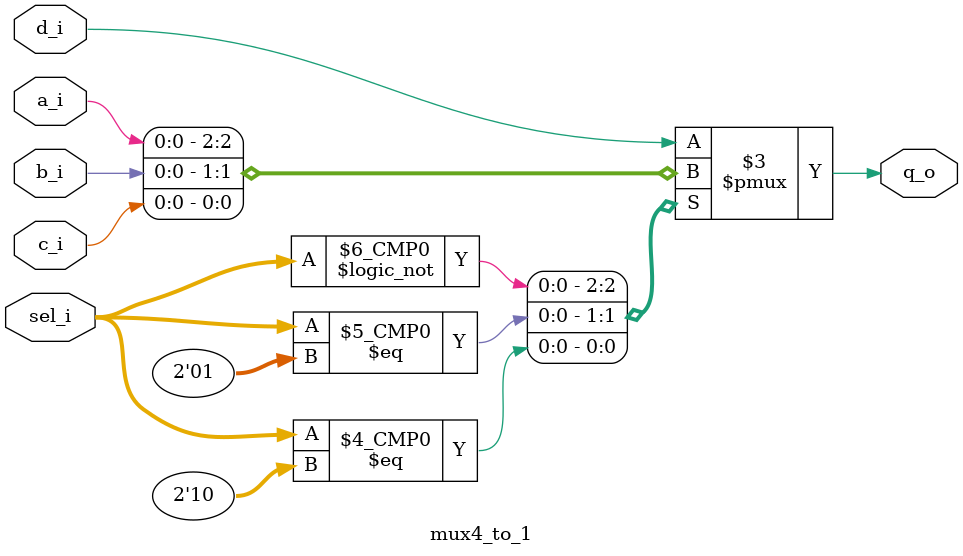
<source format=v>
`timescale 1ns / 1ps


 module mux4_to_1 (
   q_o,
   a_i,
   b_i,
   c_i,
   d_i,
   sel_i
  
 );
 
  input a_i;
  input b_i;
  input c_i;
  input d_i;
  input [1:0] sel_i;
  output q_o;
 
  reg q_o;
 
  always@(a_i or b_i or c_i or d_i or sel_i) begin
   case (sel_i)
     2'b00   : q_o = a_i;
      2'b01   : q_o = b_i;
      2'b10   : q_o = c_i;
      default : q_o = d_i;
   endcase
  end
 
  endmodule 

</source>
